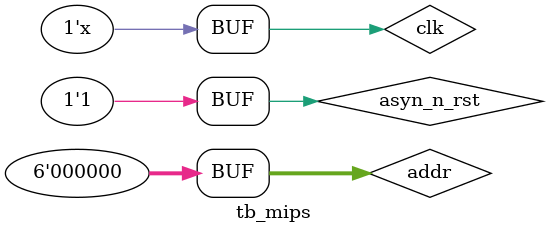
<source format=sv>
module tb_mips;
		// im
		parameter IM_ADDRESS_WIDTH = 6;
		parameter INSTRUCTION_WIDTH = 32;
		// rf
		parameter RF_ADDRESS_WIDTH=5;
		parameter DATA_WIDTH=16; // works with alu.

		// im
		logic [IM_ADDRESS_WIDTH-1:0] addr;
		logic [INSTRUCTION_WIDTH-1:0] Q;
		// rf
		logic clk;
		logic asyn_n_rst;
		logic [DATA_WIDTH-1:0] result;


		mips #(
				IM_ADDRESS_WIDTH,
				INSTRUCTION_WIDTH,
				
				RF_ADDRESS_WIDTH,
				DATA_WIDTH
		) MPIS0 (
				addr,
				Q,
				
				clk,
				asyn_n_rst,
				result
		);
		
		initial
			begin
				addr = 4'b0;
				clk = 0;
				asyn_n_rst = 0;
			end
			
		always
			begin
				clk = ~clk;
				#25ns;
			end
			
		always
			begin
				#50ns
				asyn_n_rst = 1;
				#50ns;
				
			end


endmodule

</source>
